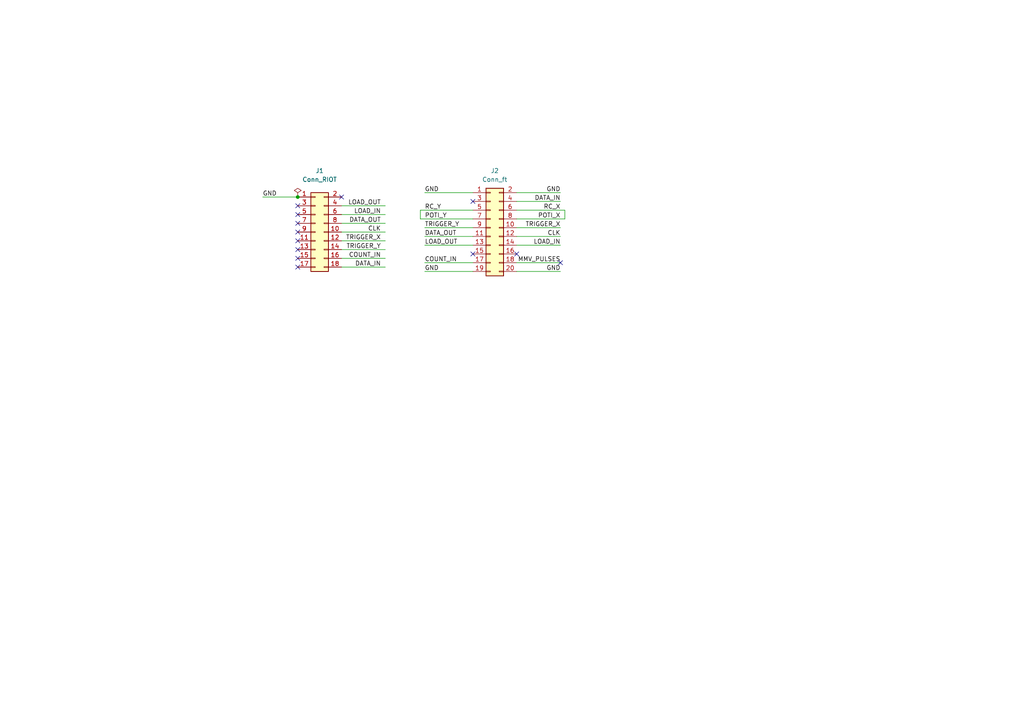
<source format=kicad_sch>
(kicad_sch (version 20230121) (generator eeschema)

  (uuid cd4fa989-0027-4df6-b169-965f38f1952c)

  (paper "A4")

  (lib_symbols
    (symbol "Connector_Generic:Conn_02x09_Odd_Even" (pin_names (offset 1.016) hide) (in_bom yes) (on_board yes)
      (property "Reference" "J" (at 1.27 12.7 0)
        (effects (font (size 1.27 1.27)))
      )
      (property "Value" "Conn_02x09_Odd_Even" (at 1.27 -12.7 0)
        (effects (font (size 1.27 1.27)))
      )
      (property "Footprint" "" (at 0 0 0)
        (effects (font (size 1.27 1.27)) hide)
      )
      (property "Datasheet" "~" (at 0 0 0)
        (effects (font (size 1.27 1.27)) hide)
      )
      (property "ki_keywords" "connector" (at 0 0 0)
        (effects (font (size 1.27 1.27)) hide)
      )
      (property "ki_description" "Generic connector, double row, 02x09, odd/even pin numbering scheme (row 1 odd numbers, row 2 even numbers), script generated (kicad-library-utils/schlib/autogen/connector/)" (at 0 0 0)
        (effects (font (size 1.27 1.27)) hide)
      )
      (property "ki_fp_filters" "Connector*:*_2x??_*" (at 0 0 0)
        (effects (font (size 1.27 1.27)) hide)
      )
      (symbol "Conn_02x09_Odd_Even_1_1"
        (rectangle (start -1.27 -10.033) (end 0 -10.287)
          (stroke (width 0.1524) (type default))
          (fill (type none))
        )
        (rectangle (start -1.27 -7.493) (end 0 -7.747)
          (stroke (width 0.1524) (type default))
          (fill (type none))
        )
        (rectangle (start -1.27 -4.953) (end 0 -5.207)
          (stroke (width 0.1524) (type default))
          (fill (type none))
        )
        (rectangle (start -1.27 -2.413) (end 0 -2.667)
          (stroke (width 0.1524) (type default))
          (fill (type none))
        )
        (rectangle (start -1.27 0.127) (end 0 -0.127)
          (stroke (width 0.1524) (type default))
          (fill (type none))
        )
        (rectangle (start -1.27 2.667) (end 0 2.413)
          (stroke (width 0.1524) (type default))
          (fill (type none))
        )
        (rectangle (start -1.27 5.207) (end 0 4.953)
          (stroke (width 0.1524) (type default))
          (fill (type none))
        )
        (rectangle (start -1.27 7.747) (end 0 7.493)
          (stroke (width 0.1524) (type default))
          (fill (type none))
        )
        (rectangle (start -1.27 10.287) (end 0 10.033)
          (stroke (width 0.1524) (type default))
          (fill (type none))
        )
        (rectangle (start -1.27 11.43) (end 3.81 -11.43)
          (stroke (width 0.254) (type default))
          (fill (type background))
        )
        (rectangle (start 3.81 -10.033) (end 2.54 -10.287)
          (stroke (width 0.1524) (type default))
          (fill (type none))
        )
        (rectangle (start 3.81 -7.493) (end 2.54 -7.747)
          (stroke (width 0.1524) (type default))
          (fill (type none))
        )
        (rectangle (start 3.81 -4.953) (end 2.54 -5.207)
          (stroke (width 0.1524) (type default))
          (fill (type none))
        )
        (rectangle (start 3.81 -2.413) (end 2.54 -2.667)
          (stroke (width 0.1524) (type default))
          (fill (type none))
        )
        (rectangle (start 3.81 0.127) (end 2.54 -0.127)
          (stroke (width 0.1524) (type default))
          (fill (type none))
        )
        (rectangle (start 3.81 2.667) (end 2.54 2.413)
          (stroke (width 0.1524) (type default))
          (fill (type none))
        )
        (rectangle (start 3.81 5.207) (end 2.54 4.953)
          (stroke (width 0.1524) (type default))
          (fill (type none))
        )
        (rectangle (start 3.81 7.747) (end 2.54 7.493)
          (stroke (width 0.1524) (type default))
          (fill (type none))
        )
        (rectangle (start 3.81 10.287) (end 2.54 10.033)
          (stroke (width 0.1524) (type default))
          (fill (type none))
        )
        (pin passive line (at -5.08 10.16 0) (length 3.81)
          (name "Pin_1" (effects (font (size 1.27 1.27))))
          (number "1" (effects (font (size 1.27 1.27))))
        )
        (pin passive line (at 7.62 0 180) (length 3.81)
          (name "Pin_10" (effects (font (size 1.27 1.27))))
          (number "10" (effects (font (size 1.27 1.27))))
        )
        (pin passive line (at -5.08 -2.54 0) (length 3.81)
          (name "Pin_11" (effects (font (size 1.27 1.27))))
          (number "11" (effects (font (size 1.27 1.27))))
        )
        (pin passive line (at 7.62 -2.54 180) (length 3.81)
          (name "Pin_12" (effects (font (size 1.27 1.27))))
          (number "12" (effects (font (size 1.27 1.27))))
        )
        (pin passive line (at -5.08 -5.08 0) (length 3.81)
          (name "Pin_13" (effects (font (size 1.27 1.27))))
          (number "13" (effects (font (size 1.27 1.27))))
        )
        (pin passive line (at 7.62 -5.08 180) (length 3.81)
          (name "Pin_14" (effects (font (size 1.27 1.27))))
          (number "14" (effects (font (size 1.27 1.27))))
        )
        (pin passive line (at -5.08 -7.62 0) (length 3.81)
          (name "Pin_15" (effects (font (size 1.27 1.27))))
          (number "15" (effects (font (size 1.27 1.27))))
        )
        (pin passive line (at 7.62 -7.62 180) (length 3.81)
          (name "Pin_16" (effects (font (size 1.27 1.27))))
          (number "16" (effects (font (size 1.27 1.27))))
        )
        (pin passive line (at -5.08 -10.16 0) (length 3.81)
          (name "Pin_17" (effects (font (size 1.27 1.27))))
          (number "17" (effects (font (size 1.27 1.27))))
        )
        (pin passive line (at 7.62 -10.16 180) (length 3.81)
          (name "Pin_18" (effects (font (size 1.27 1.27))))
          (number "18" (effects (font (size 1.27 1.27))))
        )
        (pin passive line (at 7.62 10.16 180) (length 3.81)
          (name "Pin_2" (effects (font (size 1.27 1.27))))
          (number "2" (effects (font (size 1.27 1.27))))
        )
        (pin passive line (at -5.08 7.62 0) (length 3.81)
          (name "Pin_3" (effects (font (size 1.27 1.27))))
          (number "3" (effects (font (size 1.27 1.27))))
        )
        (pin passive line (at 7.62 7.62 180) (length 3.81)
          (name "Pin_4" (effects (font (size 1.27 1.27))))
          (number "4" (effects (font (size 1.27 1.27))))
        )
        (pin passive line (at -5.08 5.08 0) (length 3.81)
          (name "Pin_5" (effects (font (size 1.27 1.27))))
          (number "5" (effects (font (size 1.27 1.27))))
        )
        (pin passive line (at 7.62 5.08 180) (length 3.81)
          (name "Pin_6" (effects (font (size 1.27 1.27))))
          (number "6" (effects (font (size 1.27 1.27))))
        )
        (pin passive line (at -5.08 2.54 0) (length 3.81)
          (name "Pin_7" (effects (font (size 1.27 1.27))))
          (number "7" (effects (font (size 1.27 1.27))))
        )
        (pin passive line (at 7.62 2.54 180) (length 3.81)
          (name "Pin_8" (effects (font (size 1.27 1.27))))
          (number "8" (effects (font (size 1.27 1.27))))
        )
        (pin passive line (at -5.08 0 0) (length 3.81)
          (name "Pin_9" (effects (font (size 1.27 1.27))))
          (number "9" (effects (font (size 1.27 1.27))))
        )
      )
    )
    (symbol "Connector_Generic:Conn_02x10_Odd_Even" (pin_names (offset 1.016) hide) (in_bom yes) (on_board yes)
      (property "Reference" "J" (at 1.27 12.7 0)
        (effects (font (size 1.27 1.27)))
      )
      (property "Value" "Conn_02x10_Odd_Even" (at 1.27 -15.24 0)
        (effects (font (size 1.27 1.27)))
      )
      (property "Footprint" "" (at 0 0 0)
        (effects (font (size 1.27 1.27)) hide)
      )
      (property "Datasheet" "~" (at 0 0 0)
        (effects (font (size 1.27 1.27)) hide)
      )
      (property "ki_keywords" "connector" (at 0 0 0)
        (effects (font (size 1.27 1.27)) hide)
      )
      (property "ki_description" "Generic connector, double row, 02x10, odd/even pin numbering scheme (row 1 odd numbers, row 2 even numbers), script generated (kicad-library-utils/schlib/autogen/connector/)" (at 0 0 0)
        (effects (font (size 1.27 1.27)) hide)
      )
      (property "ki_fp_filters" "Connector*:*_2x??_*" (at 0 0 0)
        (effects (font (size 1.27 1.27)) hide)
      )
      (symbol "Conn_02x10_Odd_Even_1_1"
        (rectangle (start -1.27 -12.573) (end 0 -12.827)
          (stroke (width 0.1524) (type default))
          (fill (type none))
        )
        (rectangle (start -1.27 -10.033) (end 0 -10.287)
          (stroke (width 0.1524) (type default))
          (fill (type none))
        )
        (rectangle (start -1.27 -7.493) (end 0 -7.747)
          (stroke (width 0.1524) (type default))
          (fill (type none))
        )
        (rectangle (start -1.27 -4.953) (end 0 -5.207)
          (stroke (width 0.1524) (type default))
          (fill (type none))
        )
        (rectangle (start -1.27 -2.413) (end 0 -2.667)
          (stroke (width 0.1524) (type default))
          (fill (type none))
        )
        (rectangle (start -1.27 0.127) (end 0 -0.127)
          (stroke (width 0.1524) (type default))
          (fill (type none))
        )
        (rectangle (start -1.27 2.667) (end 0 2.413)
          (stroke (width 0.1524) (type default))
          (fill (type none))
        )
        (rectangle (start -1.27 5.207) (end 0 4.953)
          (stroke (width 0.1524) (type default))
          (fill (type none))
        )
        (rectangle (start -1.27 7.747) (end 0 7.493)
          (stroke (width 0.1524) (type default))
          (fill (type none))
        )
        (rectangle (start -1.27 10.287) (end 0 10.033)
          (stroke (width 0.1524) (type default))
          (fill (type none))
        )
        (rectangle (start -1.27 11.43) (end 3.81 -13.97)
          (stroke (width 0.254) (type default))
          (fill (type background))
        )
        (rectangle (start 3.81 -12.573) (end 2.54 -12.827)
          (stroke (width 0.1524) (type default))
          (fill (type none))
        )
        (rectangle (start 3.81 -10.033) (end 2.54 -10.287)
          (stroke (width 0.1524) (type default))
          (fill (type none))
        )
        (rectangle (start 3.81 -7.493) (end 2.54 -7.747)
          (stroke (width 0.1524) (type default))
          (fill (type none))
        )
        (rectangle (start 3.81 -4.953) (end 2.54 -5.207)
          (stroke (width 0.1524) (type default))
          (fill (type none))
        )
        (rectangle (start 3.81 -2.413) (end 2.54 -2.667)
          (stroke (width 0.1524) (type default))
          (fill (type none))
        )
        (rectangle (start 3.81 0.127) (end 2.54 -0.127)
          (stroke (width 0.1524) (type default))
          (fill (type none))
        )
        (rectangle (start 3.81 2.667) (end 2.54 2.413)
          (stroke (width 0.1524) (type default))
          (fill (type none))
        )
        (rectangle (start 3.81 5.207) (end 2.54 4.953)
          (stroke (width 0.1524) (type default))
          (fill (type none))
        )
        (rectangle (start 3.81 7.747) (end 2.54 7.493)
          (stroke (width 0.1524) (type default))
          (fill (type none))
        )
        (rectangle (start 3.81 10.287) (end 2.54 10.033)
          (stroke (width 0.1524) (type default))
          (fill (type none))
        )
        (pin passive line (at -5.08 10.16 0) (length 3.81)
          (name "Pin_1" (effects (font (size 1.27 1.27))))
          (number "1" (effects (font (size 1.27 1.27))))
        )
        (pin passive line (at 7.62 0 180) (length 3.81)
          (name "Pin_10" (effects (font (size 1.27 1.27))))
          (number "10" (effects (font (size 1.27 1.27))))
        )
        (pin passive line (at -5.08 -2.54 0) (length 3.81)
          (name "Pin_11" (effects (font (size 1.27 1.27))))
          (number "11" (effects (font (size 1.27 1.27))))
        )
        (pin passive line (at 7.62 -2.54 180) (length 3.81)
          (name "Pin_12" (effects (font (size 1.27 1.27))))
          (number "12" (effects (font (size 1.27 1.27))))
        )
        (pin passive line (at -5.08 -5.08 0) (length 3.81)
          (name "Pin_13" (effects (font (size 1.27 1.27))))
          (number "13" (effects (font (size 1.27 1.27))))
        )
        (pin passive line (at 7.62 -5.08 180) (length 3.81)
          (name "Pin_14" (effects (font (size 1.27 1.27))))
          (number "14" (effects (font (size 1.27 1.27))))
        )
        (pin passive line (at -5.08 -7.62 0) (length 3.81)
          (name "Pin_15" (effects (font (size 1.27 1.27))))
          (number "15" (effects (font (size 1.27 1.27))))
        )
        (pin passive line (at 7.62 -7.62 180) (length 3.81)
          (name "Pin_16" (effects (font (size 1.27 1.27))))
          (number "16" (effects (font (size 1.27 1.27))))
        )
        (pin passive line (at -5.08 -10.16 0) (length 3.81)
          (name "Pin_17" (effects (font (size 1.27 1.27))))
          (number "17" (effects (font (size 1.27 1.27))))
        )
        (pin passive line (at 7.62 -10.16 180) (length 3.81)
          (name "Pin_18" (effects (font (size 1.27 1.27))))
          (number "18" (effects (font (size 1.27 1.27))))
        )
        (pin passive line (at -5.08 -12.7 0) (length 3.81)
          (name "Pin_19" (effects (font (size 1.27 1.27))))
          (number "19" (effects (font (size 1.27 1.27))))
        )
        (pin passive line (at 7.62 10.16 180) (length 3.81)
          (name "Pin_2" (effects (font (size 1.27 1.27))))
          (number "2" (effects (font (size 1.27 1.27))))
        )
        (pin passive line (at 7.62 -12.7 180) (length 3.81)
          (name "Pin_20" (effects (font (size 1.27 1.27))))
          (number "20" (effects (font (size 1.27 1.27))))
        )
        (pin passive line (at -5.08 7.62 0) (length 3.81)
          (name "Pin_3" (effects (font (size 1.27 1.27))))
          (number "3" (effects (font (size 1.27 1.27))))
        )
        (pin passive line (at 7.62 7.62 180) (length 3.81)
          (name "Pin_4" (effects (font (size 1.27 1.27))))
          (number "4" (effects (font (size 1.27 1.27))))
        )
        (pin passive line (at -5.08 5.08 0) (length 3.81)
          (name "Pin_5" (effects (font (size 1.27 1.27))))
          (number "5" (effects (font (size 1.27 1.27))))
        )
        (pin passive line (at 7.62 5.08 180) (length 3.81)
          (name "Pin_6" (effects (font (size 1.27 1.27))))
          (number "6" (effects (font (size 1.27 1.27))))
        )
        (pin passive line (at -5.08 2.54 0) (length 3.81)
          (name "Pin_7" (effects (font (size 1.27 1.27))))
          (number "7" (effects (font (size 1.27 1.27))))
        )
        (pin passive line (at 7.62 2.54 180) (length 3.81)
          (name "Pin_8" (effects (font (size 1.27 1.27))))
          (number "8" (effects (font (size 1.27 1.27))))
        )
        (pin passive line (at -5.08 0 0) (length 3.81)
          (name "Pin_9" (effects (font (size 1.27 1.27))))
          (number "9" (effects (font (size 1.27 1.27))))
        )
      )
    )
    (symbol "power:PWR_FLAG" (power) (pin_numbers hide) (pin_names (offset 0) hide) (in_bom yes) (on_board yes)
      (property "Reference" "#FLG" (at 0 1.905 0)
        (effects (font (size 1.27 1.27)) hide)
      )
      (property "Value" "PWR_FLAG" (at 0 3.81 0)
        (effects (font (size 1.27 1.27)))
      )
      (property "Footprint" "" (at 0 0 0)
        (effects (font (size 1.27 1.27)) hide)
      )
      (property "Datasheet" "~" (at 0 0 0)
        (effects (font (size 1.27 1.27)) hide)
      )
      (property "ki_keywords" "flag power" (at 0 0 0)
        (effects (font (size 1.27 1.27)) hide)
      )
      (property "ki_description" "Special symbol for telling ERC where power comes from" (at 0 0 0)
        (effects (font (size 1.27 1.27)) hide)
      )
      (symbol "PWR_FLAG_0_0"
        (pin power_out line (at 0 0 90) (length 0)
          (name "pwr" (effects (font (size 1.27 1.27))))
          (number "1" (effects (font (size 1.27 1.27))))
        )
      )
      (symbol "PWR_FLAG_0_1"
        (polyline
          (pts
            (xy 0 0)
            (xy 0 1.27)
            (xy -1.016 1.905)
            (xy 0 2.54)
            (xy 1.016 1.905)
            (xy 0 1.27)
          )
          (stroke (width 0) (type default))
          (fill (type none))
        )
      )
    )
  )

  (junction (at 86.36 57.15) (diameter 0) (color 0 0 0 0)
    (uuid 805cf093-1171-453a-899b-b1b1e46a3141)
  )

  (no_connect (at 99.06 57.15) (uuid 09ba94e9-9116-4db3-99bc-daf0596ef03c))
  (no_connect (at 86.36 59.69) (uuid 4ff0b71f-1e71-4cf2-8bb6-600476997dbc))
  (no_connect (at 162.56 76.2) (uuid 836195a5-9a27-47b7-8f17-b674f7ecce4c))
  (no_connect (at 86.36 64.77) (uuid 872ab660-a9f7-45c2-8a0a-8339722d7a22))
  (no_connect (at 137.16 58.42) (uuid 876b3606-65de-40a6-ac15-261e0326e3a8))
  (no_connect (at 86.36 72.39) (uuid 8a31fca9-7078-4ad4-baf2-9555169902af))
  (no_connect (at 86.36 74.93) (uuid 96b646e5-22d5-4627-b604-0cebaf7213eb))
  (no_connect (at 86.36 77.47) (uuid a655e74e-eb66-4ed8-b5a2-64bf1cd216e7))
  (no_connect (at 86.36 62.23) (uuid d4965e5e-7f1c-494f-a295-e2587179adce))
  (no_connect (at 86.36 67.31) (uuid dcce015c-71da-4cd3-aa70-3671d99e07c6))
  (no_connect (at 137.16 73.66) (uuid dfca07ac-43ef-47d5-aa64-23f9b5325ad3))
  (no_connect (at 86.36 69.85) (uuid e667b08f-b19b-45cc-b858-2da13aef54fe))
  (no_connect (at 149.86 73.66) (uuid fc787e98-cc8e-4105-bbb6-1df4aa46dc8c))

  (wire (pts (xy 137.16 68.58) (xy 123.19 68.58))
    (stroke (width 0) (type default))
    (uuid 00344bd5-aa88-4bce-ae37-66d63ad58ac8)
  )
  (wire (pts (xy 162.56 55.88) (xy 149.86 55.88))
    (stroke (width 0) (type default))
    (uuid 04e3bd88-1fbd-42d1-b121-2719930904ae)
  )
  (wire (pts (xy 162.56 58.42) (xy 149.86 58.42))
    (stroke (width 0) (type default))
    (uuid 09dcf526-3ba9-4d8a-83e3-a033cdf6fbb9)
  )
  (wire (pts (xy 162.56 76.2) (xy 149.86 76.2))
    (stroke (width 0) (type default))
    (uuid 1334f100-5650-40e4-9cf3-6ca3fc974983)
  )
  (wire (pts (xy 111.76 69.85) (xy 99.06 69.85))
    (stroke (width 0) (type default))
    (uuid 13ed9f2c-a974-49a9-a555-fecd4badbc7d)
  )
  (wire (pts (xy 137.16 71.12) (xy 123.19 71.12))
    (stroke (width 0) (type default))
    (uuid 19f5754a-0653-468a-9f2c-5f708b97f61e)
  )
  (wire (pts (xy 137.16 63.5) (xy 121.92 63.5))
    (stroke (width 0) (type default))
    (uuid 221bc881-074a-4aba-a524-826d7d966c9a)
  )
  (wire (pts (xy 121.92 63.5) (xy 121.92 60.96))
    (stroke (width 0) (type default))
    (uuid 2fd2cf68-a3fc-46cf-a8a0-f30faecbc3ae)
  )
  (wire (pts (xy 137.16 55.88) (xy 123.19 55.88))
    (stroke (width 0) (type default))
    (uuid 424055eb-f4a6-4fb5-ba87-6dbab647efe9)
  )
  (wire (pts (xy 111.76 62.23) (xy 99.06 62.23))
    (stroke (width 0) (type default))
    (uuid 4f48297a-9a27-4192-9fa5-0e5aae896b07)
  )
  (wire (pts (xy 162.56 66.04) (xy 149.86 66.04))
    (stroke (width 0) (type default))
    (uuid 53140ca0-3c16-45a8-a150-6a43497f3a88)
  )
  (wire (pts (xy 162.56 71.12) (xy 149.86 71.12))
    (stroke (width 0) (type default))
    (uuid 5b70ce18-b892-4152-aa34-a964b7f57cdc)
  )
  (wire (pts (xy 86.36 57.15) (xy 76.2 57.15))
    (stroke (width 0) (type default))
    (uuid 5cfaceb5-9c9b-4c5a-9768-fbe21b56b432)
  )
  (wire (pts (xy 111.76 64.77) (xy 99.06 64.77))
    (stroke (width 0) (type default))
    (uuid 60b9ec38-fb7b-4ec6-bbec-1b9388863c07)
  )
  (wire (pts (xy 163.83 60.96) (xy 149.86 60.96))
    (stroke (width 0) (type default))
    (uuid 6a609d5d-207f-4aec-a6c5-1e7e6ec07d8c)
  )
  (wire (pts (xy 111.76 77.47) (xy 99.06 77.47))
    (stroke (width 0) (type default))
    (uuid 80143111-d8a2-44c4-84b8-7661d882f429)
  )
  (wire (pts (xy 111.76 72.39) (xy 99.06 72.39))
    (stroke (width 0) (type default))
    (uuid 88332839-c7d0-46b0-b312-715d036270f0)
  )
  (wire (pts (xy 162.56 78.74) (xy 149.86 78.74))
    (stroke (width 0) (type default))
    (uuid 9494e9fc-7c18-49e1-8fd9-ac879669f0c9)
  )
  (wire (pts (xy 162.56 68.58) (xy 149.86 68.58))
    (stroke (width 0) (type default))
    (uuid aa56e08c-7192-4dc6-beb3-e6ab9be0b71d)
  )
  (wire (pts (xy 163.83 63.5) (xy 149.86 63.5))
    (stroke (width 0) (type default))
    (uuid c1b26b3c-e586-45d1-9dd0-02c2c968662e)
  )
  (wire (pts (xy 137.16 78.74) (xy 123.19 78.74))
    (stroke (width 0) (type default))
    (uuid c3b02919-f218-40e1-bfee-4bc5c9d36fce)
  )
  (wire (pts (xy 137.16 60.96) (xy 121.92 60.96))
    (stroke (width 0) (type default))
    (uuid c69d5b66-3063-4f92-94ff-99d89242f5b0)
  )
  (wire (pts (xy 163.83 63.5) (xy 163.83 60.96))
    (stroke (width 0) (type default))
    (uuid c766c220-c9fc-47ea-9b8e-da08704058a7)
  )
  (wire (pts (xy 137.16 66.04) (xy 123.19 66.04))
    (stroke (width 0) (type default))
    (uuid cdc2812d-15f2-408a-8ab3-9fbba4240007)
  )
  (wire (pts (xy 111.76 67.31) (xy 99.06 67.31))
    (stroke (width 0) (type default))
    (uuid d28162e0-0f9f-4a0e-8d7c-a3a44beeb249)
  )
  (wire (pts (xy 137.16 76.2) (xy 123.19 76.2))
    (stroke (width 0) (type default))
    (uuid d7224dbc-93d6-44c2-9b3f-67ee4613d213)
  )
  (wire (pts (xy 111.76 59.69) (xy 99.06 59.69))
    (stroke (width 0) (type default))
    (uuid ecf713fb-c013-4bab-af26-d7b608c4299d)
  )
  (wire (pts (xy 111.76 74.93) (xy 99.06 74.93))
    (stroke (width 0) (type default))
    (uuid f37f39ae-4246-4c25-91fa-70d5a7d97f79)
  )

  (label "DATA_OUT" (at 110.49 64.77 180) (fields_autoplaced)
    (effects (font (size 1.27 1.27)) (justify right bottom))
    (uuid 10fa819d-a909-4a41-9b26-64fbd1626d61)
  )
  (label "TRIGGER_Y" (at 123.19 66.04 0) (fields_autoplaced)
    (effects (font (size 1.27 1.27)) (justify left bottom))
    (uuid 14090993-1951-4a91-a0b1-6200ad7d42f0)
  )
  (label "POTI_X" (at 162.56 63.5 180) (fields_autoplaced)
    (effects (font (size 1.27 1.27)) (justify right bottom))
    (uuid 18240613-3472-4231-b0fc-2ff761905b44)
  )
  (label "GND" (at 123.19 78.74 0) (fields_autoplaced)
    (effects (font (size 1.27 1.27)) (justify left bottom))
    (uuid 26df405f-7d9b-49b9-838d-ce915fd05e8e)
  )
  (label "DATA_IN" (at 110.49 77.47 180) (fields_autoplaced)
    (effects (font (size 1.27 1.27)) (justify right bottom))
    (uuid 2e15de73-9c5d-4eb8-9ab5-8760c2bc0f12)
  )
  (label "COUNT_IN" (at 123.19 76.2 0) (fields_autoplaced)
    (effects (font (size 1.27 1.27)) (justify left bottom))
    (uuid 4a961155-d0e2-4f79-b94e-a5186b34cbf2)
  )
  (label "CLK" (at 162.56 68.58 180) (fields_autoplaced)
    (effects (font (size 1.27 1.27)) (justify right bottom))
    (uuid 50be258c-fcbd-4848-901c-6dca3cb85219)
  )
  (label "DATA_OUT" (at 123.19 68.58 0) (fields_autoplaced)
    (effects (font (size 1.27 1.27)) (justify left bottom))
    (uuid 59779709-9afe-449d-b06c-fa5a959e4a33)
  )
  (label "TRIGGER_X" (at 110.49 69.85 180) (fields_autoplaced)
    (effects (font (size 1.27 1.27)) (justify right bottom))
    (uuid 6f7880ec-0b39-4cf3-9e7f-a37dd3768769)
  )
  (label "MMV_PULSES" (at 162.56 76.2 180) (fields_autoplaced)
    (effects (font (size 1.27 1.27)) (justify right bottom))
    (uuid 79996104-bf9b-4a28-9e10-d629b17e2e2e)
  )
  (label "DATA_IN" (at 162.56 58.42 180) (fields_autoplaced)
    (effects (font (size 1.27 1.27)) (justify right bottom))
    (uuid 7e4263a9-b044-4edb-84fc-1c2faa18203c)
  )
  (label "LOAD_OUT" (at 123.19 71.12 0) (fields_autoplaced)
    (effects (font (size 1.27 1.27)) (justify left bottom))
    (uuid 835a8d70-4c41-45a5-a9f1-139f7529e8df)
  )
  (label "GND" (at 123.19 55.88 0) (fields_autoplaced)
    (effects (font (size 1.27 1.27)) (justify left bottom))
    (uuid 8dab7dea-e3c4-4e24-a1ed-6dbfdc5b243f)
  )
  (label "RC_X" (at 162.56 60.96 180) (fields_autoplaced)
    (effects (font (size 1.27 1.27)) (justify right bottom))
    (uuid 91940931-1aa3-4acd-a207-32ca92f6688b)
  )
  (label "GND" (at 76.2 57.15 0) (fields_autoplaced)
    (effects (font (size 1.27 1.27)) (justify left bottom))
    (uuid 9ce961fe-53a5-4ffe-809f-ebbea58353cf)
  )
  (label "POTI_Y" (at 123.19 63.5 0) (fields_autoplaced)
    (effects (font (size 1.27 1.27)) (justify left bottom))
    (uuid a10c345d-58db-44a6-89fe-ed6a757cab3c)
  )
  (label "LOAD_IN" (at 110.49 62.23 180) (fields_autoplaced)
    (effects (font (size 1.27 1.27)) (justify right bottom))
    (uuid b3400ef1-7fad-4288-8c59-4e6282b9b6f7)
  )
  (label "RC_Y" (at 123.19 60.96 0) (fields_autoplaced)
    (effects (font (size 1.27 1.27)) (justify left bottom))
    (uuid b3e8e00d-1761-4be5-8d19-ac69b03be876)
  )
  (label "GND" (at 162.56 78.74 180) (fields_autoplaced)
    (effects (font (size 1.27 1.27)) (justify right bottom))
    (uuid cf13d98c-32e3-4c9b-bd49-d36b5038f690)
  )
  (label "TRIGGER_X" (at 162.56 66.04 180) (fields_autoplaced)
    (effects (font (size 1.27 1.27)) (justify right bottom))
    (uuid d0f52414-bb68-4bcd-9955-60c8e707c626)
  )
  (label "TRIGGER_Y" (at 110.49 72.39 180) (fields_autoplaced)
    (effects (font (size 1.27 1.27)) (justify right bottom))
    (uuid d7457e18-8094-45c9-a30e-4bca569c8653)
  )
  (label "GND" (at 162.56 55.88 180) (fields_autoplaced)
    (effects (font (size 1.27 1.27)) (justify right bottom))
    (uuid e61458a4-190b-45c9-8cc8-4a50e2dc86df)
  )
  (label "CLK" (at 110.49 67.31 180) (fields_autoplaced)
    (effects (font (size 1.27 1.27)) (justify right bottom))
    (uuid f1dae2b8-2687-4991-ab7b-bf05b9cf2c21)
  )
  (label "LOAD_OUT" (at 110.49 59.69 180) (fields_autoplaced)
    (effects (font (size 1.27 1.27)) (justify right bottom))
    (uuid f44712f0-40a4-4a5c-ba01-a9f9923f71dd)
  )
  (label "LOAD_IN" (at 162.56 71.12 180) (fields_autoplaced)
    (effects (font (size 1.27 1.27)) (justify right bottom))
    (uuid f70b864d-65ab-4c85-9bbd-679b7ad4f906)
  )
  (label "COUNT_IN" (at 110.49 74.93 180) (fields_autoplaced)
    (effects (font (size 1.27 1.27)) (justify right bottom))
    (uuid fedb5f29-2666-4d44-a777-ed9c81976cc5)
  )

  (symbol (lib_id "Connector_Generic:Conn_02x09_Odd_Even") (at 91.44 67.31 0) (unit 1)
    (in_bom yes) (on_board yes) (dnp no)
    (uuid 262b4c0c-9993-4008-84bc-a6c9122e27a1)
    (property "Reference" "J1" (at 92.71 49.53 0)
      (effects (font (size 1.27 1.27)))
    )
    (property "Value" "Conn_RIOT" (at 92.71 52.07 0)
      (effects (font (size 1.27 1.27)))
    )
    (property "Footprint" "Connector_PinSocket_2.54mm:PinSocket_2x09_P2.54mm_Horizontal" (at 91.44 67.31 0)
      (effects (font (size 1.27 1.27)) hide)
    )
    (property "Datasheet" "~" (at 91.44 67.31 0)
      (effects (font (size 1.27 1.27)) hide)
    )
    (pin "1" (uuid 9378af43-fd4c-40aa-8b29-f03ecc925432))
    (pin "10" (uuid 18317a97-cd01-43bc-8634-adf2473a9ac4))
    (pin "11" (uuid b4f976bc-23f0-4d32-88ff-6db3ad55cb42))
    (pin "12" (uuid 8ebf9d9e-7fcc-4a11-bcb2-7e9ccb2b0e68))
    (pin "13" (uuid 6a185c9f-bb61-47e1-ad86-5e7e084f084a))
    (pin "14" (uuid 0a5183bc-c756-48f4-8784-6aa16d689b99))
    (pin "15" (uuid aaed95be-7c7d-487c-936c-27cfbaf40271))
    (pin "16" (uuid 68e3e32c-09a7-43fd-be38-2fc5b1fed73a))
    (pin "17" (uuid f2968b97-7956-4b44-a4bb-7ee9191acd32))
    (pin "18" (uuid 4c160974-78c4-483d-b7ed-5175b78e37c9))
    (pin "2" (uuid c896bd04-be14-4ccb-ae68-4c3d6abf2e82))
    (pin "3" (uuid 028072fc-374c-4be4-be19-ef522fbbc6c5))
    (pin "4" (uuid 67409f9d-c6fc-4b1d-8c8b-80044ac52b55))
    (pin "5" (uuid e32472ba-b0bb-47ba-9d9e-91c0860f5c91))
    (pin "6" (uuid a0d5d270-b1dc-4a1b-962c-72c362a64ff2))
    (pin "7" (uuid 304e4578-b50b-4a09-838e-1e423c0f9e3d))
    (pin "8" (uuid f3f3da0d-1163-4126-93f0-513ea8b972bf))
    (pin "9" (uuid 2337c0f4-43d0-4e48-8ea7-6476374b2f4b))
    (instances
      (project "ft"
        (path "/cd4fa989-0027-4df6-b169-965f38f1952c"
          (reference "J1") (unit 1)
        )
      )
      (project "adapter"
        (path "/e63e39d7-6ac0-4ffd-8aa3-1841a4541b55"
          (reference "J1") (unit 1)
        )
      )
    )
  )

  (symbol (lib_id "Connector_Generic:Conn_02x10_Odd_Even") (at 142.24 66.04 0) (unit 1)
    (in_bom yes) (on_board yes) (dnp no) (fields_autoplaced)
    (uuid 272a49e5-a228-4ad3-a615-faf67feb75fa)
    (property "Reference" "J2" (at 143.51 49.53 0)
      (effects (font (size 1.27 1.27)))
    )
    (property "Value" "Conn_ft" (at 143.51 52.07 0)
      (effects (font (size 1.27 1.27)))
    )
    (property "Footprint" "Connector_IDC:IDC-Header_2x10_P2.54mm_Horizontal" (at 142.24 66.04 0)
      (effects (font (size 1.27 1.27)) hide)
    )
    (property "Datasheet" "~" (at 142.24 66.04 0)
      (effects (font (size 1.27 1.27)) hide)
    )
    (pin "1" (uuid 8838ae10-b0d7-4db5-90ee-3f6735799422))
    (pin "10" (uuid 9738aeca-16fb-49ae-82d3-1346e5f366af))
    (pin "11" (uuid 9ee8b8a7-512f-410a-a427-765295a7438c))
    (pin "12" (uuid 76c29f2e-b5a2-484c-ab88-2aff89ab9a0e))
    (pin "13" (uuid bc9e7d6c-bbc2-431a-9e00-957d54f10061))
    (pin "14" (uuid 99b60a0c-5e14-4d8a-9df6-79392130bcd6))
    (pin "15" (uuid bccca568-365d-443c-85c7-40e3d8d6bd67))
    (pin "16" (uuid dd024790-4fa5-4dc4-8028-1b3c71e49d97))
    (pin "17" (uuid 166cb413-4f07-4254-9b85-f9120d5478a7))
    (pin "18" (uuid 88c0bdf9-b701-4ac5-b463-5908d77fc716))
    (pin "19" (uuid abb28d1e-d00c-4031-85d9-07e177bb076e))
    (pin "2" (uuid 3e6a55f6-5a9a-4e28-ae3d-e51a3ae7b628))
    (pin "20" (uuid a7ba711a-cddc-434b-bdda-d920d5b2a766))
    (pin "3" (uuid bf35d851-61ae-4ec0-a8d8-f7cf51727dd6))
    (pin "4" (uuid 79ebf022-ce47-4c96-86c2-6555966817ef))
    (pin "5" (uuid 255b5614-85fa-46fd-9dbe-fd332bd9d0ec))
    (pin "6" (uuid 9fd07dca-7996-4679-8fde-d3b14c860436))
    (pin "7" (uuid 95f4250b-8fc2-4675-9b35-baf4b9c8df99))
    (pin "8" (uuid 6d34c856-5179-4b91-be34-d02320bc45d8))
    (pin "9" (uuid f5846d6a-e969-488a-8938-dc91e19b40b1))
    (instances
      (project "ft"
        (path "/cd4fa989-0027-4df6-b169-965f38f1952c"
          (reference "J2") (unit 1)
        )
      )
    )
  )

  (symbol (lib_id "power:PWR_FLAG") (at 86.36 57.15 0) (mirror y) (unit 1)
    (in_bom yes) (on_board yes) (dnp no) (fields_autoplaced)
    (uuid 5dc90285-b0b3-417f-9038-a46ff1f38d84)
    (property "Reference" "#FLG02" (at 86.36 55.245 0)
      (effects (font (size 1.27 1.27)) hide)
    )
    (property "Value" "PWR_FLAG" (at 86.36 52.07 0)
      (effects (font (size 1.27 1.27)) hide)
    )
    (property "Footprint" "" (at 86.36 57.15 0)
      (effects (font (size 1.27 1.27)) hide)
    )
    (property "Datasheet" "~" (at 86.36 57.15 0)
      (effects (font (size 1.27 1.27)) hide)
    )
    (pin "1" (uuid 4d6b46ec-993b-426b-b4f7-a28442c70e2b))
    (instances
      (project "iec"
        (path "/c75a3d49-44a2-4d4d-826f-a38b35ab1c9a"
          (reference "#FLG02") (unit 1)
        )
      )
      (project "ft"
        (path "/cd4fa989-0027-4df6-b169-965f38f1952c"
          (reference "#FLG01") (unit 1)
        )
      )
    )
  )

  (sheet_instances
    (path "/" (page "1"))
  )
)

</source>
